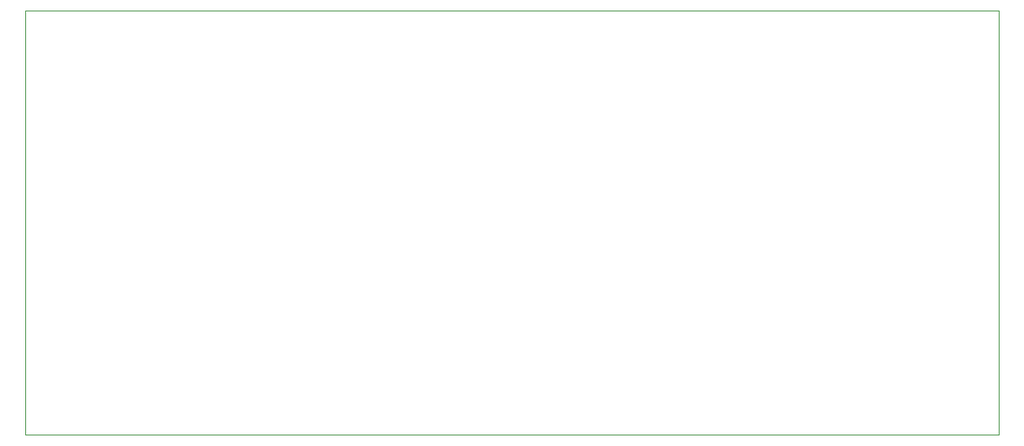
<source format=gbr>
%TF.GenerationSoftware,KiCad,Pcbnew,(7.0.0-0)*%
%TF.CreationDate,2023-04-10T20:33:14-04:00*%
%TF.ProjectId,KnGYT,4b6e4759-542e-46b6-9963-61645f706362,rev?*%
%TF.SameCoordinates,Original*%
%TF.FileFunction,Profile,NP*%
%FSLAX46Y46*%
G04 Gerber Fmt 4.6, Leading zero omitted, Abs format (unit mm)*
G04 Created by KiCad (PCBNEW (7.0.0-0)) date 2023-04-10 20:33:14*
%MOMM*%
%LPD*%
G01*
G04 APERTURE LIST*
%TA.AperFunction,Profile*%
%ADD10C,0.100000*%
%TD*%
G04 APERTURE END LIST*
D10*
X66400000Y-46625000D02*
X167650000Y-46625000D01*
X66400000Y-46625000D02*
X66400000Y-90725000D01*
X167650000Y-46625000D02*
X167650000Y-90725000D01*
X66400000Y-90725000D02*
X167650000Y-90725000D01*
M02*

</source>
